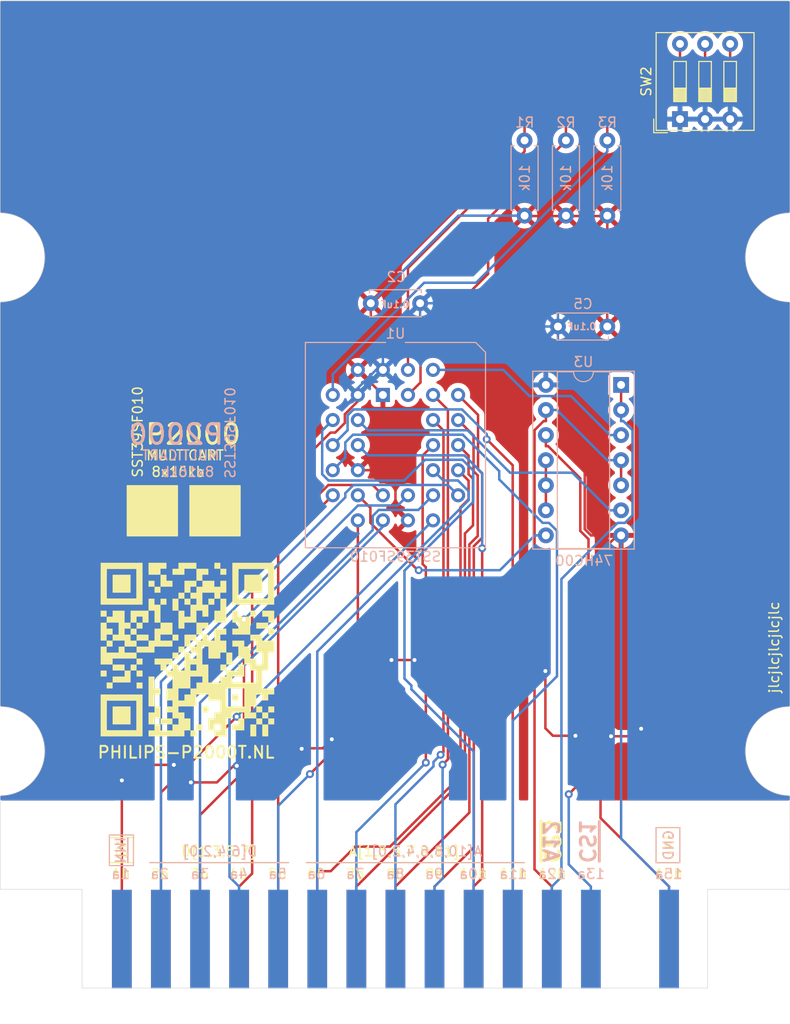
<source format=kicad_pcb>
(kicad_pcb (version 20240108) (generator "pcbnew") (generator_version "8.0")
  (layers (0 "F.Cu" signal) (31 "B.Cu" signal) (34 "B.Paste" user) (35 "F.Paste" user) (36 "B.SilkS" user "B.Silkscreen") (37 "F.SilkS" user "F.Silkscreen") (38 "B.Mask" user) (39 "F.Mask" user) (44 "Edge.Cuts" user))
  (net 0 "")
  (net 1 "GND")
  (net 2 "+5V")
  (net 3 "D1")
  (net 4 "D3")
  (net 5 "D5")
  (net 6 "D7")
  (net 7 "A1")
  (net 8 "A3")
  (net 9 "A5")
  (net 10 "A7")
  (net 11 "A9")
  (net 12 "A11")
  (net 13 "A12")
  (net 14 "A10")
  (net 15 "A8")
  (net 16 "A6")
  (net 17 "A4")
  (net 18 "A2")
  (net 19 "A0")
  (net 20 "D6")
  (net 21 "D4")
  (net 22 "D2")
  (net 23 "D0")
  (net 24 "~{CARSEL1}")
  (net 25 "~{CARSEL2}")
  (net 26 "A12C")
  (net 27 "A14")
  (net 28 "A15")
  (net 29 "A13")
  (net 30 "~{CS}")
  (net 31 "~{NMI}")
  (net 32 "Net-(U3-Pad10)")
  (net 33 "A16")
  (footprint "libs:qrcode" (layer "F.Cu") (at 62.103 109.855)
    (property "Reference" "G***" (hide yes))
    (property "Value" "LOGO" (hide yes))
  )
  (footprint "Button_Switch_THT:SW_DIP_SPSTx03_Slide_9.78x9.8mm_W7.62mm_P2.54mm" (layer "F.Cu") (at 112.014 56.134 90)
    (property "Reference" "SW2")
    (property "Value" "SW_DIP_x03")
  )
  (footprint "Package_DIP:DIP-14_W7.62mm_Socket" (layer "B.Cu") (at 106.045 83.058 180)
    (property "Reference" "U3")
    (property "Value" "74HC00")
  )
  (footprint "Capacitor_THT:C_Disc_D5.0mm_W2.5mm_P5.00mm" (layer "B.Cu") (at 99.647 77.143)
    (property "Reference" "C5")
    (property "Value" "0.1uF")
  )
  (footprint "Capacitor_THT:C_Disc_D5.0mm_W2.5mm_P5.00mm" (layer "B.Cu") (at 85.685 74.785 180)
    (property "Reference" "C2")
    (property "Value" "0.1uF")
  )
  (footprint "p2000t_cartridge:p2000t_cartridge_edge" (layer "B.Cu") (at 83.185 139.192)
    (property "Reference" "J1")
    (property "Value" "P2000T_cartridge_edge")
  )
  (footprint "Resistor_THT:R_Axial_DIN0207_L6.3mm_D2.5mm_P7.62mm_Horizontal" (layer "B.Cu") (at 100.457 65.913 90)
    (property "Reference" "R2")
    (property "Value" "10k")
  )
  (footprint "Resistor_THT:R_Axial_DIN0207_L6.3mm_D2.5mm_P7.62mm_Horizontal" (layer "B.Cu") (at 96.266 65.913 90)
    (property "Reference" "R1")
    (property "Value" "10k")
  )
  (footprint "Resistor_THT:R_Axial_DIN0207_L6.3mm_D2.5mm_P7.62mm_Horizontal" (layer "B.Cu") (at 104.648 65.913 90)
    (property "Reference" "R3")
    (property "Value" "10k")
  )
  (footprint "Package_LCC:PLCC-32_THT-Socket" (layer "B.Cu") (at 81.915 84.074 180)
    (property "Reference" "U1")
    (property "Value" "SST39SF010")
  )
  (gr_line (start 96.251 131.445) (end 74.153 131.445) (stroke (width 0.12)) (layer "B.SilkS"))
  (gr_line (start 72.375 131.445) (end 58.278 131.445) (stroke (width 0.12)) (layer "B.SilkS"))
  (gr_line (start 54.197 131.745) (end 54.197 128.645) (stroke (width 0.12)) (layer "B.SilkS"))
  (gr_line (start 111.999 131.451) (end 109.586 131.451) (stroke (width 0.12)) (layer "B.SilkS"))
  (gr_line (start 111.999 127.895) (end 111.999 131.451) (stroke (width 0.12)) (layer "B.SilkS"))
  (gr_line (start 109.586 127.895) (end 111.999 127.895) (stroke (width 0.12)) (layer "B.SilkS"))
  (gr_line (start 109.586 131.451) (end 109.586 127.895) (stroke (width 0.12)) (layer "B.SilkS"))
  (gr_line (start 56.647 128.645) (end 56.647 131.745) (stroke (width 0.12)) (layer "B.SilkS"))
  (gr_line (start 56.647 131.745) (end 54.197 131.745) (stroke (width 0.12)) (layer "B.SilkS"))
  (gr_line (start 54.197 128.645) (end 56.647 128.645) (stroke (width 0.12)) (layer "B.SilkS"))
  (gr_line (start 54.214 128.905) (end 54.214 131.445) (stroke (width 0.12)) (layer "F.SilkS"))
  (gr_line (start 109.586 131.445) (end 111.999 131.445) (stroke (width 0.12)) (layer "F.SilkS"))
  (gr_line (start 109.586 127.889) (end 109.586 131.445) (stroke (width 0.12)) (layer "F.SilkS"))
  (gr_line (start 74.153 131.445) (end 96.251 131.445) (stroke (width 0.12)) (layer "F.SilkS"))
  (gr_line (start 58.278 131.445) (end 72.375 131.445) (stroke (width 0.12)) (layer "F.SilkS"))
  (gr_line (start 111.999 131.445) (end 111.999 127.889) (stroke (width 0.12)) (layer "F.SilkS"))
  (gr_line (start 56.627 131.445) (end 56.627 128.905) (stroke (width 0.12)) (layer "F.SilkS"))
  (gr_rect (start 62.367 93.265) (end 67.447 98.345) (stroke (width 0.12)) (fill solid) (layer "F.SilkS"))
  (gr_line (start 111.999 127.889) (end 109.586 127.889) (stroke (width 0.12)) (layer "F.SilkS"))
  (gr_line (start 54.214 131.445) (end 56.627 131.445) (stroke (width 0.12)) (layer "F.SilkS"))
  (gr_rect (start 56.017 93.265) (end 61.097 98.345) (stroke (width 0.12)) (fill solid) (layer "F.SilkS"))
  (gr_line (start 56.627 128.905) (end 54.214 128.905) (stroke (width 0.12)) (layer "F.SilkS"))
  (gr_line (start 43.147 63.645) (end 43.147 59.145) (stroke (width 0.05)) (layer "Edge.Cuts"))
  (gr_line (start 43.147 109.145) (end 43.147 113.645) (stroke (width 0.05)) (layer "Edge.Cuts"))
  (gr_arc (start 43.147 115.645) (mid 47.647 120.145) (end 43.147 124.645) (stroke (width 0.05)) (layer "Edge.Cuts"))
  (gr_line (start 43.147 114.145) (end 43.147 113.645) (stroke (width 0.05)) (layer "Edge.Cuts"))
  (gr_line (start 43.147 127.145) (end 43.147 124.645) (stroke (width 0.05)) (layer "Edge.Cuts"))
  (gr_line (start 43.147 115.645) (end 43.147 114.145) (stroke (width 0.05)) (layer "Edge.Cuts"))
  (gr_arc (start 43.147 65.645) (mid 47.647 70.145) (end 43.147 74.645) (stroke (width 0.05)) (layer "Edge.Cuts"))
  (gr_line (start 123.147 127.145) (end 123.147 124.645) (stroke (width 0.05)) (layer "Edge.Cuts"))
  (gr_line (start 43.147 109.145) (end 43.147 74.645) (stroke (width 0.05)) (layer "Edge.Cuts"))
  (gr_line (start 43.147 65.645) (end 43.147 63.645) (stroke (width 0.05)) (layer "Edge.Cuts"))
  (gr_line (start 123.147 134.145) (end 123.147 127.145) (stroke (width 0.05)) (layer "Edge.Cuts"))
  (gr_line (start 43.147 44.145) (end 43.147 59.145) (stroke (width 0.05)) (layer "Edge.Cuts"))
  (gr_line (start 43.147 134.145) (end 43.147 127.145) (stroke (width 0.05)) (layer "Edge.Cuts"))
  (gr_line (start 97.147 44.145) (end 83.147 44.145) (stroke (width 0.05)) (layer "Edge.Cuts"))
  (gr_line (start 123.147 74.745) (end 123.147 74.645) (stroke (width 0.05)) (layer "Edge.Cuts"))
  (gr_line (start 123.147 115.645) (end 123.147 110.045) (stroke (width 0.05)) (layer "Edge.Cuts"))
  (gr_line (start 123.147 100.457) (end 123.147001 94.845) (stroke (width 0.05)) (layer "Edge.Cuts"))
  (gr_line (start 123.147001 83.445001) (end 123.147 77.845) (stroke (width 0.05)) (layer "Edge.Cuts"))
  (gr_line (start 123.147 63.445) (end 123.147 57.845) (stroke (width 0.05)) (layer "Edge.Cuts"))
  (gr_line (start 114.808 134.145) (end 115.147 134.145) (stroke (width 0.05)) (layer "Edge.Cuts"))
  (gr_line (start 114.808 144.145) (end 51.435 144.145) (stroke (width 0.05)) (layer "Edge.Cuts"))
  (gr_line (start 51.147 134.145) (end 51.435 134.145) (stroke (width 0.05)) (layer "Edge.Cuts"))
  (gr_arc (start 123.147 74.645) (mid 118.647 70.145) (end 123.147 65.645) (stroke (width 0.05)) (layer "Edge.Cuts"))
  (gr_line (start 51.435 144.145) (end 51.435 134.145) (stroke (width 0.05)) (layer "Edge.Cuts"))
  (gr_line (start 97.147 44.145) (end 123.147 44.145) (stroke (width 0.05)) (layer "Edge.Cuts"))
  (gr_line (start 123.147 65.645) (end 123.147 63.445) (stroke (width 0.05)) (layer "Edge.Cuts"))
  (gr_line (start 123.147 74.745) (end 123.147 77.845) (stroke (width 0.05)) (layer "Edge.Cuts"))
  (gr_line (start 51.147 134.145) (end 43.147 134.145) (stroke (width 0.05)) (layer "Edge.Cuts"))
  (gr_line (start 83.147 44.145) (end 43.147 44.145) (stroke (width 0.05)) (layer "Edge.Cuts"))
  (gr_line (start 123.147 110.045) (end 123.147 100.457) (stroke (width 0.05)) (layer "Edge.Cuts"))
  (gr_line (start 114.808 144.145) (end 114.808 134.145) (stroke (width 0.05)) (layer "Edge.Cuts"))
  (gr_line (start 123.147001 83.445001) (end 123.147001 94.845) (stroke (width 0.05)) (layer "Edge.Cuts"))
  (gr_arc (start 123.147 124.645) (mid 118.647 120.145) (end 123.147 115.645) (stroke (width 0.05)) (layer "Edge.Cuts"))
  (gr_line (start 123.147 56.145) (end 123.147 57.845) (stroke (width 0.05)) (layer "Edge.Cuts"))
  (gr_line (start 115.147 134.145) (end 123.147 134.145) (stroke (width 0.05)) (layer "Edge.Cuts"))
  (gr_line (start 123.147 44.145) (end 123.147 56.145) (stroke (width 0.05)) (layer "Edge.Cuts"))
  (gr_text "15a" (at 110.856 132.588 0) (layer "B.SilkS") (effects (font (size 1 1)) (justify mirror)))
  (gr_text "~{CS1}" (at 102.601 129.286 -90) (layer "B.SilkS") (effects (font (size 1.5 1.5) (thickness 0.3)) (justify mirror)))
  (gr_text "A12" (at 98.918 129.286 -90) (layer "B.SilkS") (effects (font (size 1.5 1.5) (thickness 0.3)) (justify mirror)))
  (gr_text "A[10,8,6,4,2,0]" (at 86.345 130.302 0) (layer "B.SilkS") (effects (font (size 1 1)) (justify mirror)))
  (gr_text "D[6,4,2,0]" (at 65.39 130.302 0) (layer "B.SilkS") (effects (font (size 1 1)) (justify mirror)))
  (gr_text "1a" (at 55.344 132.588 0) (layer "B.SilkS") (effects (font (size 1 1)) (justify mirror)))
  (gr_text "~{NMI}" (at 55.247 130.195 270) (layer "B.SilkS") (effects (font (size 1 1)) (justify mirror)))
  (gr_text "GND" (at 110.856 129.673 90) (layer "B.SilkS") (effects (font (size 1 1)) (justify mirror)))
  (gr_text "P2000" (at 65.9654 88.071 0) (layer "B.SilkS") (effects (font (size 2 2) (thickness 0.3)) (justify left mirror)))
  (gr_text "8x16kb" (at 62.1338 91.8634 0) (layer "B.SilkS") (effects (font (size 1 1)) (justify mirror)))
  (gr_text "MULTICART" (at 61.4226 90.187 0) (layer "B.SilkS") (effects (font (size 1 1)) (justify mirror)))
  (gr_text "SST39SF010" (at 66.3702 87.9094 270) (layer "B.SilkS") (effects (font (size 1 1)) (justify mirror)))
  (gr_text "11a" (at 95.108 132.588 0) (layer "B.SilkS") (effects (font (size 1 1)) (justify mirror)))
  (gr_text "10a" (at 91.044 132.588 0) (layer "B.SilkS") (effects (font (size 1 1)) (justify mirror)))
  (gr_text "2a" (at 59.294 132.588 0) (layer "B.SilkS") (effects (font (size 1 1)) (justify mirror)))
  (gr_text "6a" (at 75.169 132.588 0) (layer "B.SilkS") (effects (font (size 1 1)) (justify mirror)))
  (gr_text "7a" (at 79.106 132.588 0) (layer "B.SilkS") (effects (font (size 1 1)) (justify mirror)))
  (gr_text "13a" (at 102.982 132.588 0) (layer "B.SilkS") (effects (font (size 1 1)) (justify mirror)))
  (gr_text "9a" (at 87.107 132.588 0) (layer "B.SilkS") (effects (font (size 1 1)) (justify mirror)))
  (gr_text "4a" (at 67.295 132.588 0) (layer "B.SilkS") (effects (font (size 1 1)) (justify mirror)))
  (gr_text "5a" (at 71.232 132.588 0) (layer "B.SilkS") (effects (font (size 1 1)) (justify mirror)))
  (gr_text "12a" (at 99.045 132.588 0) (layer "B.SilkS") (effects (font (size 1 1)) (justify mirror)))
  (gr_text "3a" (at 63.358 132.588 0) (layer "B.SilkS") (effects (font (size 1 1)) (justify mirror)))
  (gr_text "8a" (at 83.17 132.588 0) (layer "B.SilkS") (effects (font (size 1 1)) (justify mirror)))
  (gr_text "9b" (at 87.107 132.588 0) (layer "F.SilkS") (effects (font (size 1 1))))
  (gr_text "6b" (at 75.169 132.588 0) (layer "F.SilkS") (effects (font (size 1 1))))
  (gr_text "8b" (at 83.17 132.588 0) (layer "F.SilkS") (effects (font (size 1 1))))
  (gr_text "4b" (at 67.295 132.588 0) (layer "F.SilkS") (effects (font (size 1 1))))
  (gr_text "1b" (at 55.357 132.588 0) (layer "F.SilkS") (effects (font (size 1 1))))
  (gr_text "2b" (at 59.294 132.588 0) (layer "F.SilkS") (effects (font (size 1 1))))
  (gr_text "5b" (at 71.232 132.588 0) (layer "F.SilkS") (effects (font (size 1 1))))
  (gr_text "7b" (at 79.106 132.588 0) (layer "F.SilkS") (effects (font (size 1 1))))
  (gr_text "11b" (at 95.108 132.588 0) (layer "F.SilkS") (effects (font (size 1 1))))
  (gr_text "12b" (at 99.045 132.588 0) (layer "F.SilkS") (effects (font (size 1 1))))
  (gr_text "15b" (at 110.856 132.588 0) (layer "F.SilkS") (effects (font (size 1 1))))
  (gr_text "3b" (at 63.358 132.588 0) (layer "F.SilkS") (effects (font (size 1 1))))
  (gr_text "10b" (at 91.044 132.588 0) (layer "F.SilkS") (effects (font (size 1 1))))
  (gr_text "GND" (at 110.856 129.667 90) (layer "F.SilkS") (effects (font (size 1 1))))
  (gr_text "SST39SF010" (at 57.0702 87.8094 90) (layer "F.SilkS") (effects (font (size 1 1))))
  (gr_text "MULTICART" (at 61.8722 90.187 0) (layer "F.SilkS") (effects (font (size 1 1))))
  (gr_text "P2000" (at 57.688 88.062 0) (layer "F.SilkS") (effects (font (size 2 2) (thickness 0.3)) (justify left)))
  (gr_text "8x16kb" (at 61.161 91.8634 0) (layer "F.SilkS") (effects (font (size 1 1))))
  (gr_text "A[1,3,5,7,9,11]" (at 84.059 130.302 0) (layer "F.SilkS") (effects (font (size 1 1))))
  (gr_text "jlcjlcjlcjlcjlc" (at 121.547 109.645 90) (layer "F.SilkS") (effects (font (size 1 1))))
  (gr_text "~{CS2}" (at 99.172 129.286 90) (layer "F.SilkS") (effects (font (size 1.5 1.5) (thickness 0.3))))
  (gr_text "PHILIPS-P2000T.NL" (at 61.976 120.269 0) (layer "F.SilkS") (effects (font (size 1.2 1.2) (thickness 0.2))))
  (gr_text "5V" (at 55.484 130.175 90) (layer "F.SilkS") (effects (font (size 1 1))))
  (gr_text "D[1,3,5,7]" (at 65.263 130.302 0) (layer "F.SilkS") (effects (font (size 1 1))))
  (segment (start 80.685 80.224) (end 79.375 81.534) (width 0.25) (layer "F.Cu") (net 1))
  (segment (start 103.9622 126.9241) (end 110.905 133.8669) (width 0.25) (layer "F.Cu") (net 1))
  (segment (start 104.647 66.095) (end 104.647 77.143) (width 0.25) (layer "F.Cu") (net 1))
  (segment (start 82.55 91.694) (end 83.185 91.059) (width 0.25) (layer "F.Cu") (net 1))
  (segment (start 96.308 65.955) (end 100.415 65.955) (width 0.25) (layer "F.Cu") (net 1))
  (segment (start 105.668 98.298) (end 103.9622 100.0038) (width 0.25) (layer "F.Cu") (net 1))
  (segment (start 100.415 65.955) (end 100.457 65.913) (width 0.25) (layer "F.Cu") (net 1))
  (segment (start 102.362 97.663) (end 102.997 98.298) (width 0.25) (layer "F.Cu") (net 1))
  (segment (start 102.362 79.428) (end 102.362 97.663) (width 0.25) (layer "F.Cu") (net 1))
  (segment (start 110.905 133.8669) (end 110.905 139.192) (width 0.25) (layer "F.Cu") (net 1))
  (segment (start 81.915 84.074) (end 81.915 88.9) (width 0.25) (layer "F.Cu") (net 1))
  (segment (start 103.9622 100.0038) (end 103.9622 126.9241) (width 0.25) (layer "F.Cu") (net 1))
  (segment (start 104.648 65.913) (end 104.5565 66.0045) (width 0.25) (layer "F.Cu") (net 1))
  (segment (start 104.507 65.955) (end 104.5565 66.0045) (width 0.25) (layer "F.Cu") (net 1))
  (segment (start 104.647 77.143) (end 102.362 79.428) (width 0.25) (layer "F.Cu") (net 1))
  (segment (start 83.185 90.17) (end 83.185 91.059) (width 0.25) (layer "F.Cu") (net 1))
  (segment (start 83.185 91.059) (end 83.185 95.504) (width 0.25) (layer "F.Cu") (net 1))
  (segment (start 79.375 91.694) (end 82.55 91.694) (width 0.25) (layer "F.Cu") (net 1))
  (segment (start 96.266 65.955) (end 96.308 65.955) (width 0.25) (layer "F.Cu") (net 1))
  (segment (start 102.997 98.298) (end 105.668 98.298) (width 0.25) (layer "F.Cu") (net 1))
  (segment (start 81.915 88.9) (end 83.185 90.17) (width 0.25) (layer "F.Cu") (net 1))
  (segment (start 104.5565 66.0045) (end 104.647 66.095) (width 0.25) (layer "F.Cu") (net 1))
  (segment (start 83.185 95.504) (end 84.455 96.774) (width 0.25) (layer "F.Cu") (net 1))
  (segment (start 100.415 65.955) (end 104.507 65.955) (width 0.25) (layer "F.Cu") (net 1))
  (segment (start 79.375 81.534) (end 81.915 84.074) (width 0.25) (layer "F.Cu") (net 1))
  (segment (start 105.668 98.298) (end 106.045 98.298) (width 0.25) (layer "F.Cu") (net 1))
  (segment (start 80.685 74.785) (end 80.685 80.224) (width 0.25) (layer "F.Cu") (net 1))
  (segment (start 96.308 65.955) (end 96.266 65.913) (width 0.25) (layer "F.Cu") (net 1))
  (segment (start 96.266 65.913) (end 89.557 65.913) (width 0.25) (layer "B.Cu") (net 1))
  (segment (start 89.557 65.913) (end 80.685 74.785) (width 0.25) (layer "B.Cu") (net 1))
  (segment (start 110.905 139.192) (end 110.905 133.8669) (width 0.25) (layer "B.Cu") (net 1))
  (segment (start 106.045 98.298) (end 106.045 129.0069) (width 0.25) (layer "B.Cu") (net 1))
  (segment (start 106.045 129.0069) (end 110.905 133.8669) (width 0.25) (layer "B.Cu") (net 1))
  (segment (start 98.3742 117.8306) (end 99.1362 118.5926) (width 0.25) (layer "F.Cu") (net 2))
  (segment (start 55.465 139.192) (end 55.465 109.0219) (width 0.25) (layer "F.Cu") (net 2))
  (segment (start 82.7786 110.9218) (end 85.1154 110.9218) (width 0.25) (layer "F.Cu") (net 2))
  (segment (start 78.0579 86.9116) (end 78.0579 86.0277) (width 0.25) (layer "F.Cu") (net 2))
  (segment (start 107.315 118.6434) (end 108.077 117.8814) (width 0.25) (layer "F.Cu") (net 2))
  (segment (start 79.375 84.7106) (end 79.375 84.074) (width 0.25) (layer "F.Cu") (net 2))
  (segment (start 55.465 123.1138) (end 57.0398 121.539) (width 0.25) (layer "F.Cu") (net 2))
  (segment (start 73.6854 119.9134) (end 73.7362 119.8626) (width 0.25) (layer "F.Cu") (net 2))
  (segment (start 62.4586 123.317) (end 65.1002 123.317) (width 0.25) (layer "F.Cu") (net 2))
  (segment (start 78.0579 86.0277) (end 79.375 84.7106) (width 0.25) (layer "F.Cu") (net 2))
  (segment (start 57.0398 121.539) (end 60.7314 121.539) (width 0.25) (layer "F.Cu") (net 2))
  (segment (start 66.7766 121.6406) (end 67.1096 121.6406) (width 0.25) (layer "F.Cu") (net 2))
  (segment (start 105.029 118.6434) (end 107.315 118.6434) (width 0.25) (layer "F.Cu") (net 2))
  (segment (start 65.1002 123.317) (end 66.7766 121.6406) (width 0.25) (layer "F.Cu") (net 2))
  (segment (start 98.3742 112.0394) (end 98.3742 117.8306) (width 0.25) (layer "F.Cu") (net 2))
  (segment (start 73.7362 119.8626) (end 75.819 119.8626) (width 0.25) (layer "F.Cu") (net 2))
  (segment (start 75.819 119.8626) (end 76.7334 118.9482) (width 0.25) (layer "F.Cu") (net 2))
  (segment (start 77.0855 87.884) (end 78.0579 86.9116) (width 0.25) (layer "F.Cu") (net 2))
  (segment (start 55.465 109.0219) (end 76.6029 87.884) (width 0.25) (layer "F.Cu") (net 2))
  (segment (start 76.6029 87.884) (end 77.0855 87.884) (width 0.25) (layer "F.Cu") (net 2))
  (segment (start 99.1362 118.5926) (end 101.4222 118.5926) (width 0.25) (layer "F.Cu") (net 2))
  (via (at 85.1154 110.9218) (size 0.8) (drill 0.4) (layers "F.Cu" "B.Cu") (net 2))
  (via (at 55.465 123.1138) (size 0.8) (drill 0.4) (layers "F.Cu" "B.Cu") (net 2))
  (via (at 98.3742 112.0394) (size 0.8) (drill 0.4) (layers "F.Cu" "B.Cu") (net 2))
  (via (at 73.6854 119.9134) (size 0.8) (drill 0.4) (layers "F.Cu" "B.Cu") (net 2))
  (via (at 62.4586 123.317) (size 0.8) (drill 0.4) (layers "F.Cu" "B.Cu") (net 2))
  (via (at 82.7786 110.9218) (size 0.8) (drill 0.4) (layers "F.Cu" "B.Cu") (net 2))
  (via (at 105.029 118.6434) (size 0.8) (drill 0.4) (layers "F.Cu" "B.Cu") (net 2))
  (via (at 60.7314 121.539) (size 0.8) (drill 0.4) (layers "F.Cu" "B.Cu") (net 2))
  (via (at 76.7334 118.9482) (size 0.8) (drill 0.4) (layers "F.Cu" "B.Cu") (net 2))
  (via (at 67.1096 121.6406) (size 0.8) (drill 0.4) (layers "F.Cu" "B.Cu") (net 2))
  (via (at 101.4222 118.5926) (size 0.8) (drill 0.4) (layers "F.Cu" "B.Cu") (net 2))
  (via (at 108.077 117.8814) (size 0.8) (drill 0.4) (layers "F.Cu" "B.Cu") (net 2))
  (segment (start 77.9526 118.9482) (end 82.7786 114.1222) (width 0.25) (layer "B.Cu") (net 2))
  (segment (start 81.915 81.534) (end 81.915 80.8376) (width 0.25) (layer "B.Cu") (net 2))
  (segment (start 71.9582 121.6406) (end 73.6854 119.9134) (width 0.25) (layer "B.Cu") (net 2))
  (segment (start 101.4222 118.5926) (end 104.9782 118.5926) (width 0.25) (layer "B.Cu") (net 2))
  (segment (start 111.7854 107.7214) (end 111.7854 114.173) (width 0.25) (layer "B.Cu") (net 2))
  (segment (start 93.526 77.143) (end 99.647 77.143) (width 0.25) (layer "B.Cu") (net 2))
  (segment (start 111.7854 77.8002) (end 111.7854 107.7214) (width 0.25) (layer "B.Cu") (net 2))
  (segment (start 104.9782 118.5926) (end 105.029 118.6434) (width 0.25) (layer "B.Cu") (net 2))
  (segment (start 112.014 56.134) (end 112.014 67.31) (width 0.25) (layer "B.Cu") (net 2))
  (segment (start 107.6706 73.4822) (end 111.4806 77.2922) (width 0.25) (layer "B.Cu") (net 2))
  (segment (start 85.685 74.785) (end 91.168 74.785) (width 0.25) (layer "B.Cu") (net 2))
  (segment (start 101.473 72.263) (end 101.473 72.39) (width 0.25) (layer "B.Cu") (net 2))
  (segment (start 107.6706 71.6534) (end 107.061 72.263) (width 0.25) (layer "B.Cu") (net 2))
  (segment (start 101.473 72.39) (end 99.647 74.216) (width 0.25) (layer "B.Cu") (net 2))
  (segment (start 111.4806 77.4954) (end 111.7854 77.8002) (width 0.25) (layer "B.Cu") (net 2))
  (segment (start 60.7314 121.5898) (end 62.4586 123.317) (width 0.25) (layer "B.Cu") (net 2))
  (segment (start 112.014 67.31) (end 107.6706 71.6534) (width 0.25) (layer "B.Cu") (net 2))
  (segment (start 79.375 83.3776) (end 79.375 84.074) (width 0.25) (layer "B.Cu") (net 2))
  (segment (start 111.7854 114.173) (end 108.077 117.8814) (width 0.25) (layer "B.Cu") (net 2))
  (segment (start 81.915 80.8376) (end 81.915 80.01) (width 0.25) (layer "B.Cu") (net 2))
  (segment (start 81.915 80.8376) (end 79.375 83.3776) (width 0.25) (layer "B.Cu") (net 2))
  (segment (start 85.1154 110.9218) (end 97.2566 110.9218) (width 0.25) (layer "B.Cu") (net 2))
  (segment (start 82.804 79.121) (end 84.582 79.121) (width 0.25) (layer "B.Cu") (net 2))
  (segment (start 98.425 83.058) (end 98.425 81.026) (width 0.25) (layer "B.Cu") (net 2))
  (segment (start 97.2566 110.9218) (end 98.3742 112.0394) (width 0.25) (layer "B.Cu") (net 2))
  (segment (start 76.7334 118.9482) (end 77.9526 118.9482) (width 0.25) (layer "B.Cu") (net 2))
  (segment (start 60.7314 121.539) (end 60.7314 121.5898) (width 0.25) (layer "B.Cu") (net 2))
  (segment (start 117.094 56.134) (end 114.554 56.134) (width 0.25) (layer "B.Cu") (net 2))
  (segment (start 81.915 80.01) (end 82.804 79.121) (width 0.25) (layer "B.Cu") (net 2))
  (segment (start 114.554 56.134) (end 112.014 56.134) (width 0.25) (layer "B.Cu") (net 2))
  (segment (start 107.6706 71.6534) (end 107.6706 73.4822) (width 0.25) (layer "B.Cu") (net 2))
  (segment (start 84.582 79.121) (end 85.685 78.018) (width 0.25) (layer "B.Cu") (net 2))
  (segment (start 99.647 79.804) (end 99.647 77.143) (width 0.25) (layer "B.Cu") (net 2))
  (segment (start 67.1096 121.6406) (end 71.9582 121.6406) (width 0.25) (layer "B.Cu") (net 2))
  (segment (start 91.168 74.785) (end 93.526 77.143) (width 0.25) (layer "B.Cu") (net 2))
  (segment (start 98.425 81.026) (end 99.647 79.804) (width 0.25) (layer "B.Cu") (net 2))
  (segment (start 85.685 78.018) (end 85.685 74.785) (width 0.25) (layer "B.Cu") (net 2))
  (segment (start 107.061 72.263) (end 101.473 72.263) (width 0.25) (layer "B.Cu") (net 2))
  (segment (start 99.647 74.216) (end 99.647 77.143) (width 0.25) (layer "B.Cu") (net 2))
  (segment (start 111.4806 77.2922) (end 111.4806 77.4954) (width 0.25) (layer "B.Cu") (net 2))
  (segment (start 82.7786 114.1222) (end 82.7786 110.9218) (width 0.25) (layer "B.Cu") (net 2))
  (segment (start 59.425 124.344) (end 67.1045 116.6645) (width 0.25) (layer "F.Cu") (net 3))
  (segment (start 59.425 139.192) (end 59.425 124.344) (width 0.25) (layer "F.Cu") (net 3))
  (via (at 67.1045 116.6645) (size 0.8) (drill 0.4) (layers "F.Cu" "B.Cu") (net 3))
  (segment (start 86.995 96.774) (end 67.1045 116.6645) (width 0.25) (layer "B.Cu") (net 3))
  (segment (start 63.385 139.192) (end 63.385 126.627) (width 0.25) (layer "F.Cu") (net 4))
  (segment (start 63.385 126.627) (end 67.8346 122.1774) (width 0.25) (layer "F.Cu") (net 4))
  (segment (start 67.8346 122.1774) (end 67.8346 106.8228) (width 0.25) (layer "F.Cu") (net 4))
  (via (at 67.8346 106.8228) (size 0.8) (drill 0.4) (layers "F.Cu" "B.Cu") (net 4))
  (segment (start 79.387 95.2704) (end 67.8346 106.8228) (width 0.25) (layer "B.Cu") (net 4))
  (segment (start 84.455 94.234) (end 83.4186 95.2704) (width 0.25) (layer "B.Cu") (net 4))
  (segment (start 83.4186 95.2704) (end 79.387 95.2704) (width 0.25) (layer "B.Cu") (net 4))
  (segment (start 81.915 94.234) (end 80.8732 93.1922) (width 0.25) (layer "F.Cu") (net 5))
  (segment (start 80.8732 93.1922) (end 76.3937 93.1922) (width 0.25) (layer "F.Cu") (net 5))
  (segment (start 76.3937 93.1922) (end 68.6701 100.9158) (width 0.25) (layer "F.Cu") (net 5))
  (segment (start 68.6701 132.5418) (end 67.345 133.8669) (width 0.25) (layer "F.Cu") (net 5))
  (segment (start 68.6701 100.9158) (end 68.6701 132.5418) (width 0.25) (layer "F.Cu") (net 5))
  (segment (start 67.345 139.192) (end 67.345 133.8669) (width 0.25) (layer "F.Cu") (net 5))
  (segment (start 71.305 99.764) (end 76.835 94.234) (width 0.25) (layer "F.Cu") (net 6))
  (segment (start 71.305 139.192) (end 71.305 99.764) (width 0.25) (layer "F.Cu") (net 6))
  (segment (start 79.121 129.8194) (end 76.6318 132.3086) (width 0.25) (layer "F.Cu") (net 7))
  (segment (start 89.7734 122.682104) (end 82.636104 129.8194) (width 0.25) (layer "F.Cu") (net 7))
  (segment (start 90.592 94.6427) (end 89.7734 95.4613) (width 0.25) (layer "F.Cu") (net 7))
  (segment (start 90.592 92.751) (end 90.592 94.6427) (width 0.25) (layer "F.Cu") (net 7))
  (segment (start 82.636104 129.8194) (end 79.121 129.8194) (width 0.25) (layer "F.Cu") (net 7))
  (segment (start 89.7734 95.4613) (end 89.7734 122.682104) (width 0.25) (layer "F.Cu") (net 7))
  (segment (start 75.265 132.3086) (end 75.265 139.192) (width 0.25) (layer "F.Cu") (net 7))
  (segment (start 89.535 91.694) (end 90.592 92.751) (width 0.25) (layer "F.Cu") (net 7))
  (segment (start 76.6318 132.3086) (end 75.265 132.3086) (width 0.25) (layer "F.Cu") (net 7))
  (segment (start 91.0422 97.2849) (end 91.0422 92.5533) (width 0.25) (layer "F.Cu") (net 8))
  (segment (start 90.5918 90.2108) (end 89.535 89.154) (width 0.25) (layer "F.Cu") (net 8))
  (segment (start 90.2234 122.8685) (end 90.2234 98.1037) (width 0.25) (layer "F.Cu") (net 8))
  (segment (start 90.5918 92.1029) (end 90.5918 90.2108) (width 0.25) (layer "F.Cu") (net 8))
  (segment (start 90.2234 98.1037) (end 91.0422 97.2849) (width 0.25) (layer "F.Cu") (net 8))
  (segment (start 79.225 133.8669) (end 90.2234 122.8685) (width 0.25) (layer "F.Cu") (net 8))
  (segment (start 91.0422 92.5533) (end 90.5918 92.1029) (width 0.25) (layer "F.Cu") (net 8))
  (segment (start 79.225 139.192) (end 79.225 133.8669) (width 0.25) (layer "F.Cu") (net 8))
  (segment (start 91.0968 88.1758) (end 89.535 86.614) (width 0.25) (layer "F.Cu") (net 9))
  (segment (start 90.6736 99.2068) (end 91.5219 98.3585) (width 0.25) (layer "F.Cu") (net 9))
  (segment (start 90.6736 126.3783) (end 90.6736 99.2068) (width 0.25) (layer "F.Cu") (net 9))
  (segment (start 91.5219 92.2202) (end 91.0968 91.7951) (width 0.25) (layer "F.Cu") (net 9))
  (segment (start 83.185 133.8669) (end 90.6736 126.3783) (width 0.25) (layer "F.Cu") (net 9))
  (segment (start 91.5219 98.3585) (end 91.5219 92.2202) (width 0.25) (layer "F.Cu") (net 9))
  (segment (start 91.0968 91.7951) (end 91.0968 88.1758) (width 0.25) (layer "F.Cu") (net 9))
  (segment (start 83.185 139.192) (end 83.185 133.8669) (width 0.25) (layer "F.Cu") (net 9))
  (segment (start 91.5524 86.0914) (end 89.535 84.074) (width 0.25) (layer "F.Cu") (net 10))
  (segment (start 91.1237 99.3933) (end 91.9739 98.5431) (width 0.25) (layer "F.Cu") (net 10))
  (segment (start 87.145 139.192) (end 87.145 133.8669) (width 0.25) (layer "F.Cu") (net 10))
  (segment (start 91.5524 91.6141) (end 91.5524 86.0914) (width 0.25) (layer "F.Cu") (net 10))
  (segment (start 91.9739 92.0356) (end 91.5524 91.6141) (width 0.25) (layer "F.Cu") (net 10))
  (segment (start 91.9739 98.5431) (end 91.9739 92.0356) (width 0.25) (layer "F.Cu") (net 10))
  (segment (start 91.1237 129.8882) (end 91.1237 99.3933) (width 0.25) (layer "F.Cu") (net 10))
  (segment (start 87.145 133.8669) (end 91.1237 129.8882) (width 0.25) (layer "F.Cu") (net 10))
  (segment (start 91.972 132.9999) (end 91.972 99.597) (width 0.25) (layer "F.Cu") (net 11))
  (segment (start 91.105 139.192) (end 91.105 133.8669) (width 0.25) (layer "F.Cu") (net 11))
  (segment (start 91.105 133.8669) (end 91.972 132.9999) (width 0.25) (layer "F.Cu") (net 11))
  (via (at 91.972 99.597) (size 0.8) (drill 0.4) (layers "F.Cu" "B.Cu") (net 11))
  (segment (start 91.972 91.9937) (end 90.1688 90.1905) (width 0.25) (layer "B.Cu") (net 11))
  (segment (start 90.1688 90.1905) (end 80.4115 90.1905) (width 0.25) (layer "B.Cu") (net 11))
  (segment (start 80.4115 90.1905) (end 79.375 89.154) (width 0.25) (layer "B.Cu") (net 11))
  (segment (start 91.972 99.597) (end 91.972 91.9937) (width 0.25) (layer "B.Cu") (net 11))
  (segment (start 95.065 91.1937) (end 95.065 139.192) (width 0.25) (layer "F.Cu") (net 12))
  (segment (start 92.4337 88.5624) (end 95.065 91.1937) (width 0.25) (layer "F.Cu") (net 12))
  (via (at 92.4337 88.5624) (size 0.8) (drill 0.4) (layers "F.Cu" "B.Cu") (net 12))
  (segment (start 89.9326 85.5422) (end 92.4337 88.0433) (width 0.25) (layer "B.Cu") (net 12))
  (segment (start 92.4337 88.0433) (end 92.4337 88.5624) (width 0.25) (layer "B.Cu") (net 12))
  (segment (start 78.3386 86.1368) (end 78.9332 85.5422) (width 0.25) (layer "B.Cu") (net 12))
  (segment (start 76.835 89.154) (end 78.3386 87.6504) (width 0.25) (layer "B.Cu") (net 12))
  (segment (start 78.9332 85.5422) (end 89.9326 85.5422) (width 0.25) (layer "B.Cu") (net 12))
  (segment (start 78.3386 87.6504) (end 78.3386 86.1368) (width 0.25) (layer "B.Cu") (net 12))
  (segment (start 100.9651 84.1832) (end 104.9199 88.138) (width 0.25) (layer "B.Cu") (net 13))
  (segment (start 96.7612 84.1832) (end 100.9651 84.1832) (width 0.25) (layer "B.Cu") (net 13))
  (segment (start 106.045 88.138) (end 104.9199 88.138) (width 0.25) (layer "B.Cu") (net 13))
  (segment (start 86.995 81.534) (end 94.112 81.534) (width 0.25) (layer "B.Cu") (net 13))
  (segment (start 94.112 81.534) (end 96.7612 84.1832) (width 0.25) (layer "B.Cu") (net 13))
  (segment (start 78.882 88.1006) (end 90.0117 88.1006) (width 0.25) (layer "B.Cu") (net 14))
  (segment (start 95.065 117.0555) (end 95.065 139.192) (width 0.25) (layer "B.Cu") (net 14))
  (segment (start 99.5509 112.5696) (end 95.065 117.0555) (width 0.25) (layer "B.Cu") (net 14))
  (segment (start 93.7001 91.789) (end 93.7001 92.6305) (width 0.25) (layer "B.Cu") (net 14))
  (segment (start 78.105 88.8776) (end 78.882 88.1006) (width 0.25) (layer "B.Cu") (net 14))
  (segment (start 78.105 90.424) (end 78.105 88.8776) (width 0.25) (layer "B.Cu") (net 14))
  (segment (start 98.0976 97.028) (end 98.7467 97.028) (width 0.25) (layer "B.Cu") (net 14))
  (segment (start 98.7467 97.028) (end 99.5509 97.8322) (width 0.25) (layer "B.Cu") (net 14))
  (segment (start 93.7001 92.6305) (end 98.0976 97.028) (width 0.25) (layer "B.Cu") (net 14))
  (segment (start 99.5509 97.8322) (end 99.5509 112.5696) (width 0.25) (layer "B.Cu") (net 14))
  (segment (start 90.0117 88.1006) (end 93.7001 91.789) (width 0.25) (layer "B.Cu") (net 14))
  (segment (start 76.835 91.694) (end 78.105 90.424) (width 0.25) (layer "B.Cu") (net 14))
  (segment (start 91.0641 91.7224) (end 91.0641 94.9041) (width 0.25) (layer "B.Cu") (net 15))
  (segment (start 84.0994 112.8014) (end 84.8003 113.5023) (width 0.25) (layer "B.Cu") (net 15))
  (segment (start 75.7636 92.0987) (end 76.4049 92.74) (width 0.25) (layer "B.Cu") (net 15))
  (segment (start 84.0994 101.8688) (end 84.0994 112.8014) (width 0.25) (layer "B.Cu") (net 15))
  (segment (start 89.9823 90.6406) (end 91.0641 91.7224) (width 0.25) (layer "B.Cu") (net 15))
  (segment (start 84.0752 92.74) (end 86.1746 90.6406) (width 0.25) (layer "B.Cu") (net 15))
  (segment (start 91.0641 94.9041) (end 84.0994 101.8688) (width 0.25) (layer "B.Cu") (net 15))
  (segment (start 86.1746 90.6406) (end 89.9823 90.6406) (width 0.25) (layer "B.Cu") (net 15))
  (segment (start 76.4049 92.74) (end 84.0752 92.74) (width 0.25) (layer "B.Cu") (net 15))
  (segment (start 91.105 120.1865) (end 91.105 139.192) (width 0.25) (layer "B.Cu") (net 15))
  (segment (start 75.7636 87.6854) (end 75.7636 92.0987) (width 0.25) (layer "B.Cu") (net 15))
  (segment (start 84.8003 113.5023) (end 84.8003 113.8818) (width 0.25) (layer "B.Cu") (net 15))
  (segment (start 76.835 86.614) (end 75.7636 87.6854) (width 0.25) (layer "B.Cu") (net 15))
  (segment (start 84.8003 113.8818) (end 91.105 120.1865) (width 0.25) (layer "B.Cu") (net 15))
  (segment (start 86.995 84.074) (end 88.4987 85.5777) (width 0.25) (layer "F.Cu") (net 16))
  (segment (start 88.4987 120.9854) (end 87.9636 121.5205) (width 0.25) (layer "F.Cu") (net 16))
  (segment (start 88.4987 85.5777) (end 88.4987 120.9854) (width 0.25) (layer "F.Cu") (net 16))
  (via (at 87.9636 121.5205) (size 0.8) (drill 0.4) (layers "F.Cu" "B.Cu") (net 16))
  (segment (start 87.145 133.8669) (end 87.9636 133.0483) (width 0.25) (layer "B.Cu") (net 16))
  (segment (start 87.145 139.192) (end 87.145 133.8669) (width 0.25) (layer "B.Cu") (net 16))
  (segment (start 87.9636 133.0483) (end 87.9636 121.5205) (width 0.25) (layer "B.Cu") (net 16))
  (segment (start 88.0485 87.6675) (end 88.0485 120.2304) (width 0.25) (layer "F.Cu") (net 17))
  (segment (start 88.0485 120.2304) (end 87.7607 120.5182) (width 0.25) (layer "F.Cu") (net 17))
  (segment (start 86.995 86.614) (end 88.0485 87.6675) (width 0.25) (layer "F.Cu") (net 17))
  (via (at 87.7607 120.5182) (size 0.8) (drill 0.4) (layers "F.Cu" "B.Cu") (net 17))
  (segment (start 87.0394 121.6896) (end 87.0394 121.2395) (width 0.25) (layer "B.Cu") (net 17))
  (segment (start 83.185 139.192) (end 83.185 125.544) (width 0.25) (layer "B.Cu") (net 17))
  (segment (start 83.185 125.544) (end 87.0394 121.6896) (width 0.25) (layer "B.Cu") (net 17))
  (segment (start 87.0394 121.2395) (end 87.7607 120.5182) (width 0.25) (layer "B.Cu") (net 17))
  (segment (start 85.9401 90.2089) (end 86.995 89.154) (width 0.25) (layer "F.Cu") (net 18))
  (segment (start 85.9401 101.2013) (end 85.9401 90.2089) (width 0.25) (layer "F.Cu") (net 18))
  (segment (start 86.2638 121.3159) (end 86.2638 101.525) (width 0.25) (layer "F.Cu") (net 18))
  (segment (start 86.2638 101.525) (end 85.9401 101.2013) (width 0.25) (layer "F.Cu") (net 18))
  (via (at 86.2638 121.3159) (size 0.8) (drill 0.4) (layers "F.Cu" "B.Cu") (net 18))
  (segment (start 79.225 128.3547) (end 86.2638 121.3159) (width 0.25) (layer "B.Cu") (net 18))
  (segment (start 79.225 139.192) (end 79.225 128.3547) (width 0.25) (layer "B.Cu") (net 18))
  (segment (start 75.265 110.0665) (end 75.265 139.192) (width 0.25) (layer "B.Cu") (net 19))
  (segment (start 89.5129 92.7346) (end 90.6041 93.8258) (width 0.25) (layer "B.Cu") (net 19))
  (segment (start 90.6041 93.8258) (end 90.6041 94.7274) (width 0.25) (layer "B.Cu") (net 19))
  (segment (start 86.995 91.694) (end 88.0356 92.7346) (width 0.25) (layer "B.Cu") (net 19))
  (segment (start 90.6041 94.7274) (end 75.265 110.0665) (width 0.25) (layer "B.Cu") (net 19))
  (segment (start 88.0356 92.7346) (end 89.5129 92.7346) (width 0.25) (layer "B.Cu") (net 19))
  (segment (start 79.375 96.774) (end 79.375 117.6238) (width 0.25) (layer "F.Cu") (net 20))
  (segment (start 79.375 117.6238) (end 74.5251 122.4737) (width 0.25) (layer "F.Cu") (net 20))
  (via (at 74.5251 122.4737) (size 0.8) (drill 0.4) (layers "F.Cu" "B.Cu") (net 20))
  (segment (start 71.305 125.6938) (end 74.5251 122.4737) (width 0.25) (layer "B.Cu") (net 20))
  (segment (start 71.305 139.192) (end 71.305 125.6938) (width 0.25) (layer "B.Cu") (net 20))
  (segment (start 81.915 97.4106) (end 81.915 96.774) (width 0.25) (layer "B.Cu") (net 21))
  (segment (start 67.345 133.8669) (end 66.3744 132.8963) (width 0.25) (layer "B.Cu") (net 21))
  (segment (start 66.3744 112.9512) (end 81.915 97.4106) (width 0.25) (layer "B.Cu") (net 21))
  (segment (start 66.3744 132.8963) (end 66.3744 112.9512) (width 0.25) (layer "B.Cu") (net 21))
  (segment (start 67.345 139.192) (end 67.345 133.8669) (width 0.25) (layer "B.Cu") (net 21))
  (segment (start 80.8787 96.3352) (end 81.4933 95.7206) (width 0.25) (layer "B.Cu") (net 22))
  (segment (start 63.385 133.8669) (end 63.385 115.2492) (width 0.25) (layer "B.Cu") (net 22))
  (segment (start 63.385 115.2492) (end 80.8787 97.7555) (width 0.25) (layer "B.Cu") (net 22))
  (segment (start 85.5084 95.7206) (end 86.995 94.234) (width 0.25) (layer "B.Cu") (net 22))
  (segment (start 63.385 139.192) (end 63.385 133.8669) (width 0.25) (layer "B.Cu") (net 22))
  (segment (start 80.8787 97.7555) (end 80.8787 96.3352) (width 0.25) (layer "B.Cu") (net 22))
  (segment (start 81.4933 95.7206) (end 85.5084 95.7206) (width 0.25) (layer "B.Cu") (net 22))
  (segment (start 78.105 94.0227) (end 78.105 94.4427) (width 0.25) (layer "B.Cu") (net 23))
  (segment (start 59.425 113.1227) (end 59.425 139.192) (width 0.25) (layer "B.Cu") (net 23))
  (segment (start 78.105 94.4427) (end 59.425 113.1227) (width 0.25) (layer "B.Cu") (net 23))
  (segment (start 88.4912 93.1902) (end 78.9375 93.1902) (width 0.25) (layer "B.Cu") (net 23))
  (segment (start 78.9375 93.1902) (end 78.105 94.0227) (width 0.25) (layer "B.Cu") (net 23))
  (segment (start 89.535 94.234) (end 88.4912 93.1902) (width 0.25) (layer "B.Cu") (net 23))
  (segment (start 101.912 97.849396) (end 102.743 98.680396) (width 0.25) (layer "F.Cu") (net 24))
  (segment (start 98.425 88.138) (end 98.425 89.2631) (width 0.25) (layer "F.Cu") (net 24))
  (segment (start 98.425 89.2631) (end 98.6581 89.2631) (width 0.25) (layer "F.Cu") (net 24))
  (segment (start 102.743 98.680396) (end 102.743 122.5112) (width 0.25) (layer "F.Cu") (net 24))
  (segment (start 98.6581 89.2631) (end 101.912 92.517) (width 0.25) (layer "F.Cu") (net 24))
  (segment (start 101.912 92.517) (end 101.912 97.849396) (width 0.25) (layer "F.Cu") (net 24))
  (segment (start 102.743 122.5112) (end 100.7412 124.513) (width 0.25) (layer "F.Cu") (net 24))
  (via (at 100.7412 124.513) (size 0.8) (drill 0.4) (layers "F.Cu" "B.Cu") (net 24))
  (segment (start 102.985 133.8669) (end 100.7412 131.6231) (width 0.25) (layer "B.Cu") (net 24))
  (segment (start 100.7412 131.6231) (end 100.7412 124.513) (width 0.25) (layer "B.Cu") (net 24))
  (segment (start 102.985 139.192) (end 102.985 133.8669) (width 0.25) (layer "B.Cu") (net 24))
  (segment (start 97.2755 132.1174) (end 97.2755 87.6394) (width 0.25) (layer "F.Cu") (net 25))
  (segment (start 97.2755 87.6394) (end 98.1918 86.7231) (width 0.25) (layer "F.Cu") (net 25))
  (segment (start 98.425 85.598) (end 98.425 86.7231) (width 0.25) (layer "F.Cu") (net 25))
  (segment (start 99.025 139.192) (end 99.025 133.8669) (width 0.25) (layer "F.Cu") (net 25))
  (segment (start 99.025 133.8669) (end 97.2755 132.1174) (width 0.25) (layer "F.Cu") (net 25))
  (segment (start 98.1918 86.7231) (end 98.425 86.7231) (width 0.25) (layer "F.Cu") (net 25))
  (segment (start 106.045 90.678) (end 106.045 93.218) (width 0.25) (layer "F.Cu") (net 25))
  (segment (start 104.6301 90.678) (end 99.5501 85.598) (width 0.25) (layer "B.Cu") (net 25))
  (segment (start 98.425 85.598) (end 99.5501 85.598) (width 0.25) (layer "B.Cu") (net 25))
  (segment (start 106.045 90.678) (end 104.6301 90.678) (width 0.25) (layer "B.Cu") (net 25))
  (segment (start 106.045 83.058) (end 106.045 85.598) (width 0.25) (layer "F.Cu") (net 26))
  (segment (start 99.025 139.192) (end 99.025 133.8669) (width 0.25) (layer "B.Cu") (net 26))
  (segment (start 100.0011 102.7157) (end 105.6888 97.028) (width 0.25) (layer "B.Cu") (net 26))
  (segment (start 107.2022 96.2554) (end 107.2022 87.6472) (width 0.25) (layer "B.Cu") (net 26))
  (segment (start 106.045 85.598) (end 106.045 86.7231) (width 0.25) (layer "B.Cu") (net 26))
  (segment (start 100.0011 132.8908) (end 100.0011 102.7157) (width 0.25) (layer "B.Cu") (net 26))
  (segment (start 99.025 133.8669) (end 100.0011 132.8908) (width 0.25) (layer "B.Cu") (net 26))
  (segment (start 106.4296 97.028) (end 107.2022 96.2554) (width 0.25) (layer "B.Cu") (net 26))
  (segment (start 106.2781 86.7231) (end 106.045 86.7231) (width 0.25) (layer "B.Cu") (net 26))
  (segment (start 105.6888 97.028) (end 106.4296 97.028) (width 0.25) (layer "B.Cu") (net 26))
  (segment (start 107.2022 87.6472) (end 106.2781 86.7231) (width 0.25) (layer "B.Cu") (net 26))
  (segment (start 117.094 53.34) (end 117.094 48.514) (width 0.25) (layer "F.Cu") (net 27))
  (segment (start 115.951 54.483) (end 117.094 53.34) (width 0.25) (layer "F.Cu") (net 27))
  (segment (start 106.045 54.483) (end 115.951 54.483) (width 0.25) (layer "F.Cu") (net 27))
  (segment (start 104.648 58.293) (end 104.648 55.88) (width 0.25) (layer "F.Cu") (net 27))
  (segment (start 104.648 55.88) (end 106.045 54.483) (width 0.25) (layer "F.Cu") (net 27))
  (segment (start 104.648 58.293) (end 104.648 59.4181) (width 0.25) (layer "B.Cu") (net 27))
  (segment (start 76.835 81.9679) (end 76.835 84.074) (width 0.25) (layer "B.Cu") (net 27))
  (segment (start 104.648 59.4181) (end 91.3584 72.7077) (width 0.25) (layer "B.Cu") (net 27))
  (segment (start 91.3584 72.7077) (end 86.0952 72.7077) (width 0.25) (layer "B.Cu") (net 27))
  (segment (start 86.0952 72.7077) (end 76.835 81.9679) (width 0.25) (layer "B.Cu") (net 27))
  (segment (start 114.554 53.086) (end 114.554 48.514) (width 0.25) (layer "F.Cu") (net 28))
  (segment (start 113.919 53.721) (end 114.554 53.086) (width 0.25) (layer "F.Cu") (net 28))
  (segment (start 85.725 78.6594) (end 85.725 82.804) (width 0.25) (layer "F.Cu") (net 28))
  (segment (start 100.457 58.335) (end 92.5756 66.2164) (width 0.25) (layer "F.Cu") (net 28))
  (segment (start 103.251 53.721) (end 113.919 53.721) (width 0.25) (layer "F.Cu") (net 28))
  (segment (start 92.5756 66.2164) (end 92.5756 71.8088) (width 0.25) (layer "F.Cu") (net 28))
  (segment (start 100.457 58.293) (end 100.457 56.515) (width 0.25) (layer "F.Cu") (net 28))
  (segment (start 100.457 58.335) (end 100.457 58.293) (width 0.25) (layer "F.Cu") (net 28))
  (segment (start 85.725 82.804) (end 84.455 84.074) (width 0.25) (layer "F.Cu") (net 28))
  (segment (start 100.457 56.515) (end 103.251 53.721) (width 0.25) (layer "F.Cu") (net 28))
  (segment (start 92.5756 71.8088) (end 85.725 78.6594) (width 0.25) (layer "F.Cu") (net 28))
  (segment (start 79.375 86.614) (end 80.4114 87.6504) (width 0.25) (layer "B.Cu") (net 29))
  (segment (start 80.4114 87.6504) (end 90.4963 87.6504) (width 0.25) (layer "B.Cu") (net 29))
  (segment (start 106.045 95.758) (end 104.9199 95.758) (width 0.25) (layer "B.Cu") (net 29))
  (segment (start 94.7939 91.948) (end 101.1099 91.948) (width 0.25) (layer "B.Cu") (net 29))
  (segment (start 90.4963 87.6504) (end 94.7939 91.948) (width 0.25) (layer "B.Cu") (net 29))
  (segment (start 101.1099 91.948) (end 104.9199 95.758) (width 0.25) (layer "B.Cu") (net 29))
  (segment (start 80.645 97.0242) (end 85.4461 101.8253) (width 0.25) (layer "F.Cu") (net 30))
  (segment (start 79.375 94.234) (end 80.645 95.504) (width 0.25) (layer "F.Cu") (net 30))
  (segment (start 80.645 95.504) (end 80.645 97.0242) (width 0.25) (layer "F.Cu") (net 30))
  (segment (start 85.4461 101.8253) (end 85.5387 101.8253) (width 0.25) (layer "F.Cu") (net 30))
  (via (at 85.5387 101.8253) (size 0.8) (drill 0.4) (layers "F.Cu" "B.Cu") (net 30))
  (segment (start 98.425 98.298) (end 97.2999 98.298) (width 0.25) (layer "B.Cu") (net 30))
  (segment (start 93.7726 101.8253) (end 97.2999 98.298) (width 0.25) (layer "B.Cu") (net 30))
  (segment (start 85.5387 101.8253) (end 93.7726 101.8253) (width 0.25) (layer "B.Cu") (net 30))
  (segment (start 98.425 93.218) (end 98.425 90.678) (width 0.25) (layer "F.Cu") (net 32))
  (segment (start 98.425 95.758) (end 98.425 93.218) (width 0.25) (layer "F.Cu") (net 32))
  (segment (start 96.266 54.864) (end 98.298 52.832) (width 0.25) (layer "F.Cu") (net 33))
  (segment (start 96.266 58.293) (end 96.266 59.4181) (width 0.25) (layer "F.Cu") (net 33))
  (segment (start 111.506 52.832) (end 112.014 52.324) (width 0.25) (layer "F.Cu") (net 33))
  (segment (start 98.298 52.832) (end 111.506 52.832) (width 0.25) (layer "F.Cu") (net 33))
  (segment (start 96.266 58.293) (end 96.266 54.864) (width 0.25) (layer "F.Cu") (net 33))
  (segment (start 96.266 59.4181) (end 84.455 71.2291) (width 0.25) (layer "F.Cu") (net 33))
  (segment (start 112.014 52.324) (end 112.014 48.514) (width 0.25) (layer "F.Cu") (net 33))
  (segment (start 84.455 71.2291) (end 84.455 81.534) (width 0.25) (layer "F.Cu") (net 33))
  (zone (net 1) (net_name "GND") (layer "F.Cu") (connect_pads (clearance 0.508)) (min_thickness 0.25) (fill yes (thermal_gap 0.5) (thermal_bridge_width 0.5))
    (polygon (pts (xy 43.1546 44.1706) (xy 123.1646 44.1706) (xy 123.147 125.145) (xy 43.147 125.145)))
  )
  (zone (net 2) (net_name "+5V") (layer "B.Cu") (connect_pads (clearance 0.508)) (min_thickness 0.25) (fill yes (thermal_gap 0.5) (thermal_bridge_width 0.5))
    (polygon (pts (xy 43.162043 44.170601) (xy 123.172043 44.170601) (xy 123.154443 125.145001) (xy 43.154443 125.145001)))
  )
)
</source>
